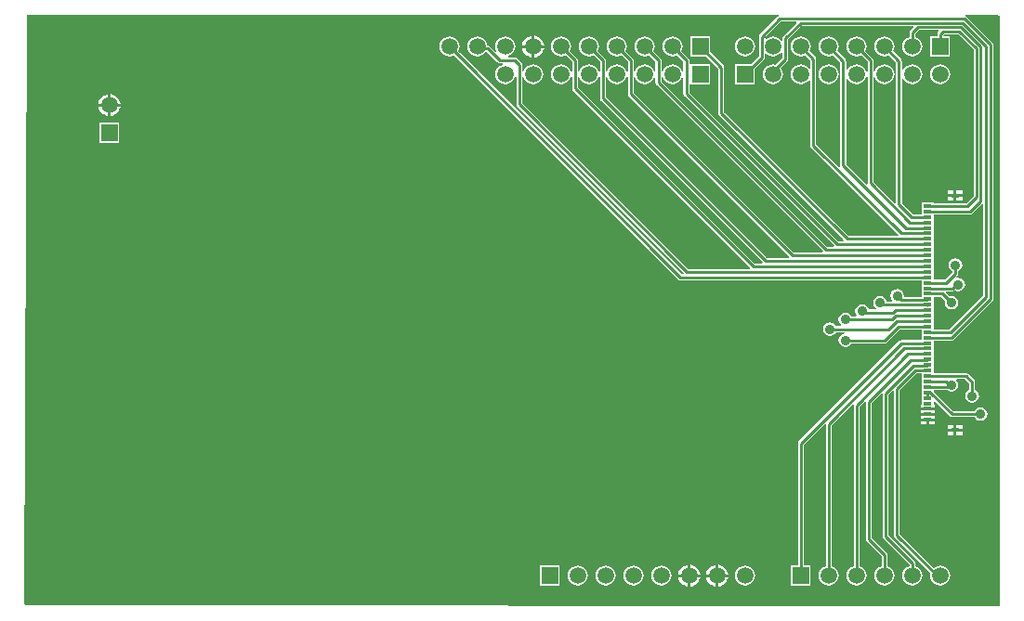
<source format=gtl>
G04*
G04 #@! TF.GenerationSoftware,Altium Limited,Altium Designer,20.1.12 (249)*
G04*
G04 Layer_Physical_Order=1*
G04 Layer_Color=255*
%FSLAX25Y25*%
%MOIN*%
G70*
G04*
G04 #@! TF.SameCoordinates,4F675399-67DD-4CB6-B460-1E4A0243881F*
G04*
G04*
G04 #@! TF.FilePolarity,Positive*
G04*
G01*
G75*
%ADD11C,0.01000*%
%ADD12R,0.03150X0.01575*%
%ADD13R,0.03150X0.01181*%
%ADD20C,0.00900*%
%ADD21R,0.05906X0.05906*%
%ADD22C,0.05906*%
%ADD23R,0.05906X0.05906*%
%ADD24C,0.03600*%
G36*
X549453Y417968D02*
X544743Y413257D01*
X544511Y412910D01*
X544429Y412500D01*
Y411688D01*
X543929Y411518D01*
X543534Y412034D01*
X542792Y412603D01*
X541927Y412961D01*
X541000Y413083D01*
X540072Y412961D01*
X539208Y412603D01*
X538843Y412323D01*
X538291Y412530D01*
X538249Y412735D01*
X543944Y418429D01*
X549262D01*
X549453Y417968D01*
D02*
G37*
G36*
X622500Y420500D02*
Y208854D01*
X622146Y208501D01*
X272854Y208999D01*
X272502Y209354D01*
X273500Y421000D01*
X543096D01*
X543145Y420500D01*
X543090Y420489D01*
X542743Y420257D01*
X536240Y413754D01*
X536008Y413407D01*
X535927Y412997D01*
Y405941D01*
X533039Y403053D01*
X527447D01*
Y395947D01*
X534553D01*
Y401539D01*
X537754Y404740D01*
X537986Y405088D01*
X538068Y405497D01*
X538068Y405497D01*
Y406732D01*
X538568Y406888D01*
X539208Y406397D01*
X540072Y406039D01*
X541000Y405917D01*
X541927Y406039D01*
X542792Y406397D01*
X543534Y406966D01*
X543929Y407482D01*
X544429Y407312D01*
Y405443D01*
X541941Y402955D01*
X541927Y402961D01*
X541000Y403083D01*
X540072Y402961D01*
X539208Y402603D01*
X538466Y402034D01*
X537897Y401292D01*
X537539Y400427D01*
X537417Y399500D01*
X537539Y398573D01*
X537897Y397708D01*
X538466Y396966D01*
X539208Y396397D01*
X540072Y396039D01*
X541000Y395917D01*
X541927Y396039D01*
X542792Y396397D01*
X543534Y396966D01*
X544103Y397708D01*
X544461Y398573D01*
X544583Y399500D01*
X544461Y400427D01*
X544103Y401292D01*
X543757Y401743D01*
X546257Y404243D01*
X546489Y404590D01*
X546571Y405000D01*
Y412056D01*
X551443Y416929D01*
X591262D01*
X591454Y416468D01*
X590243Y415257D01*
X590011Y414910D01*
X589929Y414500D01*
Y412902D01*
X589208Y412603D01*
X588466Y412034D01*
X587897Y411292D01*
X587539Y410428D01*
X587417Y409500D01*
X587539Y408573D01*
X587897Y407708D01*
X588466Y406966D01*
X589208Y406397D01*
X590072Y406039D01*
X591000Y405917D01*
X591927Y406039D01*
X592792Y406397D01*
X593534Y406966D01*
X594103Y407708D01*
X594461Y408573D01*
X594583Y409500D01*
X594461Y410428D01*
X594103Y411292D01*
X593534Y412034D01*
X592792Y412603D01*
X592071Y412902D01*
Y414056D01*
X593443Y415429D01*
X600262D01*
X600454Y414967D01*
X600243Y414757D01*
X600011Y414410D01*
X599929Y414000D01*
Y413053D01*
X597447D01*
Y405947D01*
X604553D01*
Y413053D01*
X602071D01*
Y413556D01*
X602443Y413929D01*
X607435D01*
X612929Y408435D01*
Y355943D01*
X610269Y353283D01*
X598675D01*
Y353403D01*
X594325D01*
Y349346D01*
X591168D01*
X587299Y353215D01*
Y397844D01*
X587799Y397943D01*
X587897Y397708D01*
X588466Y396966D01*
X589208Y396397D01*
X590072Y396039D01*
X591000Y395917D01*
X591927Y396039D01*
X592792Y396397D01*
X593534Y396966D01*
X594103Y397708D01*
X594461Y398573D01*
X594583Y399500D01*
X594461Y400427D01*
X594103Y401292D01*
X593534Y402034D01*
X592792Y402603D01*
X591927Y402961D01*
X591000Y403083D01*
X590072Y402961D01*
X589208Y402603D01*
X588466Y402034D01*
X587897Y401292D01*
X587799Y401057D01*
X587299Y401156D01*
Y404271D01*
X587218Y404681D01*
X586986Y405028D01*
X584163Y407851D01*
X584461Y408573D01*
X584583Y409500D01*
X584461Y410428D01*
X584103Y411292D01*
X583534Y412034D01*
X582792Y412603D01*
X581927Y412961D01*
X581000Y413083D01*
X580072Y412961D01*
X579208Y412603D01*
X578466Y412034D01*
X577897Y411292D01*
X577539Y410428D01*
X577417Y409500D01*
X577539Y408573D01*
X577897Y407708D01*
X578466Y406966D01*
X579208Y406397D01*
X580072Y406039D01*
X581000Y405917D01*
X581927Y406039D01*
X582649Y406337D01*
X585158Y403828D01*
Y353509D01*
X584696Y353318D01*
X577071Y360943D01*
Y398460D01*
X577539Y398572D01*
X577897Y397708D01*
X578466Y396966D01*
X579208Y396397D01*
X580072Y396039D01*
X581000Y395917D01*
X581927Y396039D01*
X582792Y396397D01*
X583534Y396966D01*
X584103Y397708D01*
X584461Y398573D01*
X584583Y399500D01*
X584461Y400427D01*
X584103Y401292D01*
X583534Y402034D01*
X582792Y402603D01*
X581927Y402961D01*
X581000Y403083D01*
X580072Y402961D01*
X579208Y402603D01*
X578466Y402034D01*
X577897Y401292D01*
X577539Y400427D01*
X577071Y400540D01*
Y404500D01*
X577071Y404500D01*
X576989Y404910D01*
X576757Y405257D01*
X574163Y407851D01*
X574461Y408573D01*
X574583Y409500D01*
X574461Y410428D01*
X574103Y411292D01*
X573534Y412034D01*
X572792Y412603D01*
X571927Y412961D01*
X571000Y413083D01*
X570073Y412961D01*
X569208Y412603D01*
X568466Y412034D01*
X567897Y411292D01*
X567539Y410428D01*
X567417Y409500D01*
X567539Y408573D01*
X567897Y407708D01*
X568466Y406966D01*
X569208Y406397D01*
X570073Y406039D01*
X571000Y405917D01*
X571927Y406039D01*
X572649Y406337D01*
X574929Y404057D01*
Y400540D01*
X574461Y400427D01*
X574103Y401292D01*
X573534Y402034D01*
X572792Y402603D01*
X571927Y402961D01*
X571000Y403083D01*
X570073Y402961D01*
X569208Y402603D01*
X568466Y402034D01*
X567897Y401292D01*
X567799Y401057D01*
X567299Y401156D01*
Y404271D01*
X567218Y404681D01*
X566986Y405028D01*
X564163Y407851D01*
X564461Y408573D01*
X564583Y409500D01*
X564461Y410428D01*
X564103Y411292D01*
X563534Y412034D01*
X562792Y412603D01*
X561928Y412961D01*
X561000Y413083D01*
X560073Y412961D01*
X559208Y412603D01*
X558466Y412034D01*
X557897Y411292D01*
X557539Y410428D01*
X557417Y409500D01*
X557539Y408573D01*
X557897Y407708D01*
X558466Y406966D01*
X559208Y406397D01*
X560073Y406039D01*
X561000Y405917D01*
X561928Y406039D01*
X562649Y406337D01*
X565158Y403828D01*
Y366771D01*
X565210Y366511D01*
X564749Y366265D01*
X556571Y374443D01*
Y405000D01*
X556489Y405410D01*
X556257Y405757D01*
X554163Y407851D01*
X554461Y408573D01*
X554583Y409500D01*
X554461Y410428D01*
X554103Y411292D01*
X553534Y412034D01*
X552792Y412603D01*
X551928Y412961D01*
X551000Y413083D01*
X550072Y412961D01*
X549208Y412603D01*
X548466Y412034D01*
X547897Y411292D01*
X547539Y410428D01*
X547417Y409500D01*
X547539Y408573D01*
X547897Y407708D01*
X548466Y406966D01*
X549208Y406397D01*
X550072Y406039D01*
X551000Y405917D01*
X551928Y406039D01*
X552649Y406337D01*
X554429Y404557D01*
Y401688D01*
X553929Y401518D01*
X553534Y402034D01*
X552792Y402603D01*
X551928Y402961D01*
X551000Y403083D01*
X550072Y402961D01*
X549208Y402603D01*
X548466Y402034D01*
X547897Y401292D01*
X547539Y400427D01*
X547417Y399500D01*
X547539Y398573D01*
X547897Y397708D01*
X548466Y396966D01*
X549208Y396397D01*
X550072Y396039D01*
X551000Y395917D01*
X551928Y396039D01*
X552792Y396397D01*
X553534Y396966D01*
X553929Y397482D01*
X554429Y397312D01*
Y374000D01*
X554511Y373590D01*
X554743Y373243D01*
X586014Y341972D01*
X585807Y341472D01*
X568042D01*
X523571Y385943D01*
Y402000D01*
X523489Y402410D01*
X523257Y402757D01*
X518553Y407461D01*
Y413053D01*
X511447D01*
Y405947D01*
X517039D01*
X521429Y401557D01*
Y385500D01*
X521511Y385090D01*
X521743Y384743D01*
X566482Y340004D01*
X566275Y339504D01*
X564510D01*
X511049Y392965D01*
Y395701D01*
X511447Y395947D01*
X511550Y395947D01*
X518553D01*
Y403053D01*
X511550D01*
X511447Y403053D01*
X511049Y403300D01*
Y404521D01*
X510968Y404931D01*
X510736Y405278D01*
X508163Y407851D01*
X508461Y408573D01*
X508583Y409500D01*
X508461Y410428D01*
X508103Y411292D01*
X507534Y412034D01*
X506792Y412603D01*
X505928Y412961D01*
X505000Y413083D01*
X504073Y412961D01*
X503208Y412603D01*
X502466Y412034D01*
X501897Y411292D01*
X501539Y410428D01*
X501417Y409500D01*
X501539Y408573D01*
X501897Y407708D01*
X502466Y406966D01*
X503208Y406397D01*
X504073Y406039D01*
X505000Y405917D01*
X505928Y406039D01*
X506649Y406337D01*
X508908Y404078D01*
Y400655D01*
X508408Y400555D01*
X508103Y401292D01*
X507534Y402034D01*
X506792Y402603D01*
X505928Y402961D01*
X505000Y403083D01*
X504073Y402961D01*
X503208Y402603D01*
X502466Y402034D01*
X501897Y401292D01*
X501539Y400427D01*
X501049Y400504D01*
Y404521D01*
X500968Y404931D01*
X500736Y405278D01*
X498163Y407851D01*
X498461Y408573D01*
X498583Y409500D01*
X498461Y410428D01*
X498103Y411292D01*
X497534Y412034D01*
X496792Y412603D01*
X495927Y412961D01*
X495000Y413083D01*
X494072Y412961D01*
X493208Y412603D01*
X492466Y412034D01*
X491897Y411292D01*
X491539Y410428D01*
X491417Y409500D01*
X491539Y408573D01*
X491897Y407708D01*
X492466Y406966D01*
X493208Y406397D01*
X494072Y406039D01*
X495000Y405917D01*
X495927Y406039D01*
X496649Y406337D01*
X498908Y404078D01*
Y400655D01*
X498408Y400555D01*
X498103Y401292D01*
X497534Y402034D01*
X496792Y402603D01*
X495927Y402961D01*
X495000Y403083D01*
X494072Y402961D01*
X493208Y402603D01*
X492466Y402034D01*
X491897Y401292D01*
X491539Y400427D01*
X491071Y400540D01*
Y404500D01*
X491071Y404500D01*
X490989Y404910D01*
X490757Y405257D01*
X488163Y407851D01*
X488461Y408573D01*
X488583Y409500D01*
X488461Y410428D01*
X488103Y411292D01*
X487534Y412034D01*
X486792Y412603D01*
X485927Y412961D01*
X485000Y413083D01*
X484072Y412961D01*
X483208Y412603D01*
X482466Y412034D01*
X481897Y411292D01*
X481539Y410428D01*
X481417Y409500D01*
X481539Y408573D01*
X481897Y407708D01*
X482466Y406966D01*
X483208Y406397D01*
X484072Y406039D01*
X485000Y405917D01*
X485927Y406039D01*
X486649Y406337D01*
X488929Y404057D01*
Y400540D01*
X488461Y400427D01*
X488103Y401292D01*
X487534Y402034D01*
X486792Y402603D01*
X485927Y402961D01*
X485000Y403083D01*
X484072Y402961D01*
X483208Y402603D01*
X482466Y402034D01*
X481897Y401292D01*
X481539Y400427D01*
X481071Y400540D01*
Y404500D01*
X481071Y404500D01*
X480989Y404910D01*
X480757Y405257D01*
X478163Y407851D01*
X478461Y408573D01*
X478583Y409500D01*
X478461Y410428D01*
X478103Y411292D01*
X477534Y412034D01*
X476792Y412603D01*
X475927Y412961D01*
X475000Y413083D01*
X474073Y412961D01*
X473208Y412603D01*
X472466Y412034D01*
X471897Y411292D01*
X471539Y410428D01*
X471417Y409500D01*
X471539Y408573D01*
X471897Y407708D01*
X472466Y406966D01*
X473208Y406397D01*
X474073Y406039D01*
X475000Y405917D01*
X475927Y406039D01*
X476649Y406337D01*
X478929Y404057D01*
Y400540D01*
X478461Y400427D01*
X478103Y401292D01*
X477534Y402034D01*
X476792Y402603D01*
X475927Y402961D01*
X475000Y403083D01*
X474073Y402961D01*
X473208Y402603D01*
X472466Y402034D01*
X471897Y401292D01*
X471539Y400427D01*
X471071Y400540D01*
Y404500D01*
X471071Y404500D01*
X470989Y404910D01*
X470757Y405257D01*
X468163Y407851D01*
X468461Y408573D01*
X468583Y409500D01*
X468461Y410428D01*
X468103Y411292D01*
X467534Y412034D01*
X466792Y412603D01*
X465928Y412961D01*
X465000Y413083D01*
X464073Y412961D01*
X463208Y412603D01*
X462466Y412034D01*
X461897Y411292D01*
X461539Y410428D01*
X461417Y409500D01*
X461539Y408573D01*
X461897Y407708D01*
X462466Y406966D01*
X463208Y406397D01*
X464073Y406039D01*
X465000Y405917D01*
X465928Y406039D01*
X466649Y406337D01*
X468929Y404057D01*
Y400540D01*
X468461Y400427D01*
X468103Y401292D01*
X467534Y402034D01*
X466792Y402603D01*
X465928Y402961D01*
X465000Y403083D01*
X464073Y402961D01*
X463208Y402603D01*
X462466Y402034D01*
X461897Y401292D01*
X461539Y400427D01*
X461417Y399500D01*
X461539Y398573D01*
X461897Y397708D01*
X462466Y396966D01*
X463208Y396397D01*
X464073Y396039D01*
X465000Y395917D01*
X465928Y396039D01*
X466792Y396397D01*
X467534Y396966D01*
X468103Y397708D01*
X468461Y398572D01*
X468929Y398460D01*
Y394500D01*
X469011Y394090D01*
X469243Y393743D01*
X532825Y330161D01*
X532618Y329661D01*
X510692D01*
X451071Y389283D01*
Y398460D01*
X451539Y398572D01*
X451897Y397708D01*
X452466Y396966D01*
X453208Y396397D01*
X454073Y396039D01*
X455000Y395917D01*
X455928Y396039D01*
X456792Y396397D01*
X457534Y396966D01*
X458103Y397708D01*
X458461Y398573D01*
X458583Y399500D01*
X458461Y400427D01*
X458103Y401292D01*
X457534Y402034D01*
X456792Y402603D01*
X455928Y402961D01*
X455000Y403083D01*
X454073Y402961D01*
X453208Y402603D01*
X452466Y402034D01*
X451897Y401292D01*
X451539Y400427D01*
X451071Y400540D01*
Y403000D01*
X450989Y403410D01*
X450757Y403757D01*
X450757Y403757D01*
X449257Y405257D01*
X448910Y405489D01*
X448500Y405571D01*
X446040D01*
X445927Y406039D01*
X446792Y406397D01*
X447534Y406966D01*
X448103Y407708D01*
X448461Y408573D01*
X448583Y409500D01*
X448461Y410428D01*
X448103Y411292D01*
X447534Y412034D01*
X446792Y412603D01*
X445927Y412961D01*
X445000Y413083D01*
X444072Y412961D01*
X443208Y412603D01*
X442466Y412034D01*
X441897Y411292D01*
X441539Y410428D01*
X441417Y409500D01*
X441539Y408573D01*
X441815Y407907D01*
X441391Y407623D01*
X439399Y409615D01*
X439052Y409847D01*
X438643Y409928D01*
X438527D01*
X438461Y410428D01*
X438103Y411292D01*
X437534Y412034D01*
X436792Y412603D01*
X435927Y412961D01*
X435000Y413083D01*
X434072Y412961D01*
X433208Y412603D01*
X432466Y412034D01*
X431897Y411292D01*
X431539Y410428D01*
X431417Y409500D01*
X431539Y408573D01*
X431897Y407708D01*
X432466Y406966D01*
X433208Y406397D01*
X434072Y406039D01*
X435000Y405917D01*
X435927Y406039D01*
X436792Y406397D01*
X437534Y406966D01*
X437872Y407407D01*
X438517Y407469D01*
X442243Y403743D01*
X442243Y403743D01*
X442590Y403511D01*
X443000Y403429D01*
X443960D01*
X444072Y402961D01*
X443208Y402603D01*
X442466Y402034D01*
X441897Y401292D01*
X441539Y400427D01*
X441417Y399500D01*
X441539Y398573D01*
X441897Y397708D01*
X442466Y396966D01*
X443208Y396397D01*
X444072Y396039D01*
X445000Y395917D01*
X445927Y396039D01*
X446792Y396397D01*
X447534Y396966D01*
X448103Y397708D01*
X448461Y398572D01*
X448929Y398460D01*
Y388839D01*
X449011Y388430D01*
X449243Y388082D01*
X509133Y328193D01*
X508926Y327693D01*
X508322D01*
X428163Y407851D01*
X428461Y408573D01*
X428583Y409500D01*
X428461Y410428D01*
X428103Y411292D01*
X427534Y412034D01*
X426792Y412603D01*
X425927Y412961D01*
X425000Y413083D01*
X424073Y412961D01*
X423208Y412603D01*
X422466Y412034D01*
X421897Y411292D01*
X421539Y410428D01*
X421417Y409500D01*
X421539Y408573D01*
X421897Y407708D01*
X422466Y406966D01*
X423208Y406397D01*
X424073Y406039D01*
X425000Y405917D01*
X425927Y406039D01*
X426649Y406337D01*
X507121Y325865D01*
X507468Y325633D01*
X507878Y325551D01*
X594325D01*
Y323463D01*
Y319571D01*
X588381D01*
X588064Y319957D01*
X588072Y320000D01*
X587886Y320936D01*
X587356Y321730D01*
X586562Y322261D01*
X585625Y322447D01*
X584689Y322261D01*
X583895Y321730D01*
X583364Y320936D01*
X583178Y320000D01*
X583364Y319064D01*
X583841Y318350D01*
X583691Y317850D01*
X581868D01*
X581751Y318436D01*
X581221Y319230D01*
X580427Y319761D01*
X579490Y319947D01*
X578554Y319761D01*
X577760Y319230D01*
X577230Y318436D01*
X577043Y317500D01*
X577230Y316564D01*
X577760Y315770D01*
X578058Y315571D01*
X577907Y315071D01*
X575333D01*
X575261Y315436D01*
X574730Y316230D01*
X573936Y316761D01*
X573000Y316947D01*
X572064Y316761D01*
X571270Y316230D01*
X570739Y315436D01*
X570553Y314500D01*
X570739Y313564D01*
X571069Y313071D01*
X570801Y312571D01*
X569171D01*
X568730Y313230D01*
X567936Y313761D01*
X567000Y313947D01*
X566064Y313761D01*
X565270Y313230D01*
X564739Y312436D01*
X564553Y311500D01*
X564739Y310564D01*
X565270Y309770D01*
X565568Y309571D01*
X565416Y309071D01*
X563671D01*
X563230Y309730D01*
X562436Y310261D01*
X561500Y310447D01*
X560564Y310261D01*
X559770Y309730D01*
X559239Y308936D01*
X559053Y308000D01*
X559239Y307064D01*
X559770Y306270D01*
X560564Y305739D01*
X561500Y305553D01*
X562436Y305739D01*
X563230Y306270D01*
X563671Y306929D01*
X566862D01*
X566912Y306429D01*
X566064Y306261D01*
X565270Y305730D01*
X564739Y304936D01*
X564553Y304000D01*
X564739Y303064D01*
X565270Y302270D01*
X566064Y301739D01*
X567000Y301553D01*
X567936Y301739D01*
X568730Y302270D01*
X569171Y302929D01*
X581000D01*
X581410Y303011D01*
X581757Y303243D01*
X586444Y307929D01*
X594325D01*
Y304071D01*
X587000D01*
X587000Y304071D01*
X586590Y303989D01*
X586243Y303757D01*
X550243Y267757D01*
X550011Y267410D01*
X549929Y267000D01*
Y223053D01*
X547447D01*
Y215947D01*
X554553D01*
Y223053D01*
X552071D01*
Y266557D01*
X559429Y273915D01*
X559929Y273708D01*
Y222902D01*
X559208Y222603D01*
X558466Y222034D01*
X557897Y221292D01*
X557539Y220427D01*
X557417Y219500D01*
X557539Y218573D01*
X557897Y217708D01*
X558466Y216966D01*
X559208Y216397D01*
X560073Y216039D01*
X561000Y215917D01*
X561928Y216039D01*
X562792Y216397D01*
X563534Y216966D01*
X564103Y217708D01*
X564461Y218573D01*
X564583Y219500D01*
X564461Y220427D01*
X564103Y221292D01*
X563534Y222034D01*
X562792Y222603D01*
X562071Y222902D01*
Y273557D01*
X569520Y281006D01*
X569981Y280760D01*
X569929Y280500D01*
Y222902D01*
X569208Y222603D01*
X568466Y222034D01*
X567897Y221292D01*
X567539Y220427D01*
X567417Y219500D01*
X567539Y218573D01*
X567897Y217708D01*
X568466Y216966D01*
X569208Y216397D01*
X570073Y216039D01*
X571000Y215917D01*
X571927Y216039D01*
X572792Y216397D01*
X573534Y216966D01*
X574103Y217708D01*
X574461Y218573D01*
X574583Y219500D01*
X574461Y220427D01*
X574103Y221292D01*
X573534Y222034D01*
X572792Y222603D01*
X572071Y222902D01*
Y280057D01*
X573929Y281915D01*
X574429Y281708D01*
Y232500D01*
X574511Y232090D01*
X574743Y231743D01*
X579929Y226557D01*
Y222902D01*
X579208Y222603D01*
X578466Y222034D01*
X577897Y221292D01*
X577539Y220427D01*
X577417Y219500D01*
X577539Y218573D01*
X577897Y217708D01*
X578466Y216966D01*
X579208Y216397D01*
X580072Y216039D01*
X581000Y215917D01*
X581927Y216039D01*
X582792Y216397D01*
X583534Y216966D01*
X584103Y217708D01*
X584461Y218573D01*
X584583Y219500D01*
X584461Y220427D01*
X584103Y221292D01*
X583534Y222034D01*
X582792Y222603D01*
X582071Y222902D01*
Y227000D01*
X581989Y227410D01*
X581757Y227757D01*
X581757Y227757D01*
X576571Y232943D01*
Y281557D01*
X579929Y284915D01*
X580429Y284708D01*
Y233500D01*
X580511Y233090D01*
X580743Y232743D01*
X589929Y223557D01*
Y222902D01*
X589208Y222603D01*
X588466Y222034D01*
X587897Y221292D01*
X587539Y220427D01*
X587417Y219500D01*
X587539Y218573D01*
X587897Y217708D01*
X588466Y216966D01*
X589208Y216397D01*
X590072Y216039D01*
X591000Y215917D01*
X591927Y216039D01*
X592792Y216397D01*
X593534Y216966D01*
X594103Y217708D01*
X594461Y218573D01*
X594583Y219500D01*
X594461Y220427D01*
X594103Y221292D01*
X593534Y222034D01*
X592792Y222603D01*
X592071Y222902D01*
Y224000D01*
X591989Y224410D01*
X591757Y224757D01*
X582571Y233943D01*
Y284557D01*
X583967Y285953D01*
X584429Y285762D01*
Y234000D01*
X584511Y233590D01*
X584743Y233243D01*
X597544Y220442D01*
X597539Y220427D01*
X597417Y219500D01*
X597539Y218573D01*
X597897Y217708D01*
X598466Y216966D01*
X599208Y216397D01*
X600072Y216039D01*
X601000Y215917D01*
X601928Y216039D01*
X602792Y216397D01*
X603534Y216966D01*
X604103Y217708D01*
X604461Y218573D01*
X604583Y219500D01*
X604461Y220427D01*
X604103Y221292D01*
X603534Y222034D01*
X602792Y222603D01*
X601928Y222961D01*
X601000Y223083D01*
X600072Y222961D01*
X599208Y222603D01*
X598757Y222257D01*
X586571Y234443D01*
Y286057D01*
X592601Y292087D01*
X594325D01*
Y289999D01*
Y286062D01*
Y280969D01*
X593925D01*
Y279878D01*
X596500D01*
X599075D01*
Y280969D01*
X598675D01*
Y281800D01*
X599175Y282007D01*
X604475Y276707D01*
X604839Y276464D01*
X605268Y276378D01*
X605268Y276378D01*
X613363D01*
X613770Y275770D01*
X614564Y275239D01*
X615500Y275053D01*
X616436Y275239D01*
X617230Y275770D01*
X617761Y276564D01*
X617947Y277500D01*
X617761Y278436D01*
X617230Y279230D01*
X616436Y279761D01*
X615500Y279947D01*
X614564Y279761D01*
X613770Y279230D01*
X613363Y278622D01*
X605732D01*
X598675Y285679D01*
Y286181D01*
X603402D01*
X604064Y285739D01*
X605000Y285553D01*
X605936Y285739D01*
X606730Y286270D01*
X607261Y287064D01*
X607447Y288000D01*
X607261Y288936D01*
X606805Y289618D01*
X606981Y290118D01*
X609868D01*
X611429Y288557D01*
Y286186D01*
X610770Y285746D01*
X610239Y284952D01*
X610053Y284015D01*
X610239Y283079D01*
X610770Y282285D01*
X611564Y281754D01*
X612500Y281568D01*
X613436Y281754D01*
X614230Y282285D01*
X614761Y283079D01*
X614947Y284015D01*
X614761Y284952D01*
X614230Y285746D01*
X613571Y286186D01*
Y289000D01*
X613489Y289410D01*
X613257Y289757D01*
X613257Y289757D01*
X611068Y291946D01*
X610721Y292178D01*
X610311Y292260D01*
X598675D01*
Y295904D01*
Y299841D01*
Y303898D01*
X604969D01*
X605378Y303979D01*
X605726Y304212D01*
X619757Y318243D01*
X619757Y318243D01*
X619989Y318590D01*
X620071Y319000D01*
X620071Y319000D01*
Y410243D01*
X619989Y410652D01*
X619757Y411000D01*
X619757Y411000D01*
X610500Y420257D01*
X610152Y420489D01*
X610097Y420500D01*
X610147Y421000D01*
X621500D01*
X622500Y420500D01*
D02*
G37*
G36*
X574929Y398460D02*
Y360500D01*
X574981Y360240D01*
X574520Y359994D01*
X567299Y367215D01*
Y397844D01*
X567799Y397943D01*
X567897Y397708D01*
X568466Y396966D01*
X569208Y396397D01*
X570073Y396039D01*
X571000Y395917D01*
X571927Y396039D01*
X572792Y396397D01*
X573534Y396966D01*
X574103Y397708D01*
X574461Y398572D01*
X574929Y398460D01*
D02*
G37*
G36*
X501897Y397708D02*
X502466Y396966D01*
X503208Y396397D01*
X504073Y396039D01*
X505000Y395917D01*
X505928Y396039D01*
X506792Y396397D01*
X507534Y396966D01*
X508103Y397708D01*
X508408Y398445D01*
X508908Y398345D01*
Y392521D01*
X508990Y392111D01*
X509222Y391764D01*
X562951Y338035D01*
X562744Y337535D01*
X560479D01*
X501049Y396965D01*
Y398496D01*
X501539Y398572D01*
X501897Y397708D01*
D02*
G37*
G36*
X491897D02*
X492466Y396966D01*
X493208Y396397D01*
X494072Y396039D01*
X495000Y395917D01*
X495927Y396039D01*
X496792Y396397D01*
X497534Y396966D01*
X498103Y397708D01*
X498408Y398445D01*
X498908Y398345D01*
Y396521D01*
X498990Y396111D01*
X499222Y395764D01*
X558919Y336067D01*
X558712Y335567D01*
X548447D01*
X491071Y392943D01*
Y398460D01*
X491539Y398572D01*
X491897Y397708D01*
D02*
G37*
G36*
X481897D02*
X482466Y396966D01*
X483208Y396397D01*
X484072Y396039D01*
X485000Y395917D01*
X485927Y396039D01*
X486792Y396397D01*
X487534Y396966D01*
X488103Y397708D01*
X488461Y398572D01*
X488929Y398460D01*
Y392500D01*
X489011Y392090D01*
X489243Y391743D01*
X546888Y334098D01*
X546681Y333598D01*
X538916D01*
X481071Y391443D01*
Y398460D01*
X481539Y398572D01*
X481897Y397708D01*
D02*
G37*
G36*
X471897D02*
X472466Y396966D01*
X473208Y396397D01*
X474073Y396039D01*
X475000Y395917D01*
X475927Y396039D01*
X476792Y396397D01*
X477534Y396966D01*
X478103Y397708D01*
X478461Y398572D01*
X478929Y398460D01*
Y391000D01*
X479011Y390590D01*
X479243Y390243D01*
X537415Y332071D01*
X537208Y331571D01*
X534444D01*
X471071Y394943D01*
Y398460D01*
X471539Y398572D01*
X471897Y397708D01*
D02*
G37*
G36*
X616429Y352708D02*
Y320065D01*
X604372Y308008D01*
X598675D01*
Y311652D01*
Y315589D01*
Y319646D01*
X601370D01*
X602738Y318278D01*
X602584Y317500D01*
X602770Y316564D01*
X603300Y315770D01*
X604094Y315239D01*
X605030Y315053D01*
X605967Y315239D01*
X606761Y315770D01*
X607291Y316564D01*
X607478Y317500D01*
X607291Y318436D01*
X606761Y319230D01*
X605967Y319761D01*
X605030Y319947D01*
X604252Y319792D01*
X602930Y321114D01*
X603137Y321614D01*
X605454D01*
X605864Y321696D01*
X606211Y321928D01*
X606239Y321956D01*
X606564Y321739D01*
X607500Y321553D01*
X608436Y321739D01*
X609230Y322270D01*
X609761Y323064D01*
X609947Y324000D01*
X609761Y324936D01*
X609230Y325730D01*
X608436Y326261D01*
X607500Y326447D01*
X607086Y326365D01*
X606840Y326825D01*
X607107Y327093D01*
X607339Y327440D01*
X607421Y327850D01*
Y328736D01*
X607436Y328739D01*
X608230Y329270D01*
X608761Y330064D01*
X608947Y331000D01*
X608761Y331936D01*
X608230Y332730D01*
X607436Y333261D01*
X606500Y333447D01*
X605564Y333261D01*
X604770Y332730D01*
X604239Y331936D01*
X604053Y331000D01*
X604239Y330064D01*
X604770Y329270D01*
X605279Y328929D01*
Y328293D01*
X602710Y325724D01*
X598675D01*
Y329368D01*
Y333306D01*
Y337243D01*
Y341179D01*
Y345116D01*
Y349173D01*
X611744D01*
X612154Y349255D01*
X612501Y349487D01*
X615929Y352915D01*
X616429Y352708D01*
D02*
G37*
%LPC*%
G36*
X455500Y413421D02*
Y410000D01*
X458921D01*
X458851Y410532D01*
X458453Y411493D01*
X457819Y412319D01*
X456993Y412953D01*
X456032Y413351D01*
X455500Y413421D01*
D02*
G37*
G36*
X454500D02*
X453968Y413351D01*
X453007Y412953D01*
X452181Y412319D01*
X451547Y411493D01*
X451149Y410532D01*
X451079Y410000D01*
X454500D01*
Y413421D01*
D02*
G37*
G36*
X531000Y413083D02*
X530072Y412961D01*
X529208Y412603D01*
X528466Y412034D01*
X527897Y411292D01*
X527539Y410428D01*
X527417Y409500D01*
X527539Y408573D01*
X527897Y407708D01*
X528466Y406966D01*
X529208Y406397D01*
X530072Y406039D01*
X531000Y405917D01*
X531927Y406039D01*
X532792Y406397D01*
X533534Y406966D01*
X534103Y407708D01*
X534461Y408573D01*
X534583Y409500D01*
X534461Y410428D01*
X534103Y411292D01*
X533534Y412034D01*
X532792Y412603D01*
X531927Y412961D01*
X531000Y413083D01*
D02*
G37*
G36*
X458921Y409000D02*
X455500D01*
Y405579D01*
X456032Y405649D01*
X456993Y406047D01*
X457819Y406681D01*
X458453Y407507D01*
X458851Y408468D01*
X458921Y409000D01*
D02*
G37*
G36*
X454500D02*
X451079D01*
X451149Y408468D01*
X451547Y407507D01*
X452181Y406681D01*
X453007Y406047D01*
X453968Y405649D01*
X454500Y405579D01*
Y409000D01*
D02*
G37*
G36*
X601000Y403083D02*
X600072Y402961D01*
X599208Y402603D01*
X598466Y402034D01*
X597897Y401292D01*
X597539Y400427D01*
X597417Y399500D01*
X597539Y398573D01*
X597897Y397708D01*
X598466Y396966D01*
X599208Y396397D01*
X600072Y396039D01*
X601000Y395917D01*
X601928Y396039D01*
X602792Y396397D01*
X603534Y396966D01*
X604103Y397708D01*
X604461Y398573D01*
X604583Y399500D01*
X604461Y400427D01*
X604103Y401292D01*
X603534Y402034D01*
X602792Y402603D01*
X601928Y402961D01*
X601000Y403083D01*
D02*
G37*
G36*
X561000D02*
X560073Y402961D01*
X559208Y402603D01*
X558466Y402034D01*
X557897Y401292D01*
X557539Y400427D01*
X557417Y399500D01*
X557539Y398573D01*
X557897Y397708D01*
X558466Y396966D01*
X559208Y396397D01*
X560073Y396039D01*
X561000Y395917D01*
X561928Y396039D01*
X562792Y396397D01*
X563534Y396966D01*
X564103Y397708D01*
X564461Y398573D01*
X564583Y399500D01*
X564461Y400427D01*
X564103Y401292D01*
X563534Y402034D01*
X562792Y402603D01*
X561928Y402961D01*
X561000Y403083D01*
D02*
G37*
G36*
X303500Y392421D02*
Y389000D01*
X306921D01*
X306851Y389532D01*
X306453Y390493D01*
X305819Y391319D01*
X304993Y391953D01*
X304032Y392351D01*
X303500Y392421D01*
D02*
G37*
G36*
X302500D02*
X301968Y392351D01*
X301007Y391953D01*
X300181Y391319D01*
X299547Y390493D01*
X299149Y389532D01*
X299079Y389000D01*
X302500D01*
Y392421D01*
D02*
G37*
G36*
X306921Y388000D02*
X303500D01*
Y384579D01*
X304032Y384649D01*
X304993Y385047D01*
X305819Y385681D01*
X306453Y386507D01*
X306851Y387468D01*
X306921Y388000D01*
D02*
G37*
G36*
X302500D02*
X299079D01*
X299149Y387468D01*
X299547Y386507D01*
X300181Y385681D01*
X301007Y385047D01*
X301968Y384649D01*
X302500Y384579D01*
Y388000D01*
D02*
G37*
G36*
X306553Y382053D02*
X299447D01*
Y374947D01*
X306553D01*
Y382053D01*
D02*
G37*
G36*
X608917Y357740D02*
X606843D01*
Y356453D01*
X608917D01*
Y357740D01*
D02*
G37*
G36*
X605843D02*
X603768D01*
Y356453D01*
X605843D01*
Y357740D01*
D02*
G37*
G36*
X608917Y355453D02*
X606843D01*
Y354165D01*
X608917D01*
Y355453D01*
D02*
G37*
G36*
X605843D02*
X603768D01*
Y354165D01*
X605843D01*
Y355453D01*
D02*
G37*
G36*
X599075Y278878D02*
X596500D01*
X593925D01*
Y277909D01*
X596500D01*
X599075D01*
Y278878D01*
D02*
G37*
G36*
Y276909D02*
X596500D01*
X593925D01*
Y275941D01*
X596500D01*
X599075D01*
Y276909D01*
D02*
G37*
G36*
Y274941D02*
X597000D01*
Y273850D01*
X599075D01*
Y274941D01*
D02*
G37*
G36*
X596000D02*
X593925D01*
Y273850D01*
X596000D01*
Y274941D01*
D02*
G37*
G36*
X608917Y273488D02*
X606843D01*
Y272201D01*
X608917D01*
Y273488D01*
D02*
G37*
G36*
X605843D02*
X603768D01*
Y272201D01*
X605843D01*
Y273488D01*
D02*
G37*
G36*
X608917Y271201D02*
X606843D01*
Y269913D01*
X608917D01*
Y271201D01*
D02*
G37*
G36*
X605843D02*
X603768D01*
Y269913D01*
X605843D01*
Y271201D01*
D02*
G37*
G36*
X521500Y223421D02*
Y220000D01*
X524921D01*
X524851Y220532D01*
X524453Y221493D01*
X523819Y222319D01*
X522993Y222953D01*
X522032Y223351D01*
X521500Y223421D01*
D02*
G37*
G36*
X520500D02*
X519968Y223351D01*
X519007Y222953D01*
X518181Y222319D01*
X517547Y221493D01*
X517149Y220532D01*
X517079Y220000D01*
X520500D01*
Y223421D01*
D02*
G37*
G36*
X511500D02*
Y220000D01*
X514921D01*
X514851Y220532D01*
X514453Y221493D01*
X513819Y222319D01*
X512993Y222953D01*
X512032Y223351D01*
X511500Y223421D01*
D02*
G37*
G36*
X510500D02*
X509968Y223351D01*
X509007Y222953D01*
X508181Y222319D01*
X507547Y221493D01*
X507149Y220532D01*
X507079Y220000D01*
X510500D01*
Y223421D01*
D02*
G37*
G36*
X464553Y223053D02*
X457447D01*
Y215947D01*
X464553D01*
Y223053D01*
D02*
G37*
G36*
X531000Y223083D02*
X530072Y222961D01*
X529208Y222603D01*
X528466Y222034D01*
X527897Y221292D01*
X527539Y220427D01*
X527417Y219500D01*
X527539Y218573D01*
X527897Y217708D01*
X528466Y216966D01*
X529208Y216397D01*
X530072Y216039D01*
X531000Y215917D01*
X531927Y216039D01*
X532792Y216397D01*
X533534Y216966D01*
X534103Y217708D01*
X534461Y218573D01*
X534583Y219500D01*
X534461Y220427D01*
X534103Y221292D01*
X533534Y222034D01*
X532792Y222603D01*
X531927Y222961D01*
X531000Y223083D01*
D02*
G37*
G36*
X501000D02*
X500072Y222961D01*
X499208Y222603D01*
X498466Y222034D01*
X497897Y221292D01*
X497539Y220427D01*
X497417Y219500D01*
X497539Y218573D01*
X497897Y217708D01*
X498466Y216966D01*
X499208Y216397D01*
X500072Y216039D01*
X501000Y215917D01*
X501928Y216039D01*
X502792Y216397D01*
X503534Y216966D01*
X504103Y217708D01*
X504461Y218573D01*
X504583Y219500D01*
X504461Y220427D01*
X504103Y221292D01*
X503534Y222034D01*
X502792Y222603D01*
X501928Y222961D01*
X501000Y223083D01*
D02*
G37*
G36*
X491000D02*
X490072Y222961D01*
X489208Y222603D01*
X488466Y222034D01*
X487897Y221292D01*
X487539Y220427D01*
X487417Y219500D01*
X487539Y218573D01*
X487897Y217708D01*
X488466Y216966D01*
X489208Y216397D01*
X490072Y216039D01*
X491000Y215917D01*
X491927Y216039D01*
X492792Y216397D01*
X493534Y216966D01*
X494103Y217708D01*
X494461Y218573D01*
X494583Y219500D01*
X494461Y220427D01*
X494103Y221292D01*
X493534Y222034D01*
X492792Y222603D01*
X491927Y222961D01*
X491000Y223083D01*
D02*
G37*
G36*
X481000D02*
X480072Y222961D01*
X479208Y222603D01*
X478466Y222034D01*
X477897Y221292D01*
X477539Y220427D01*
X477417Y219500D01*
X477539Y218573D01*
X477897Y217708D01*
X478466Y216966D01*
X479208Y216397D01*
X480072Y216039D01*
X481000Y215917D01*
X481927Y216039D01*
X482792Y216397D01*
X483534Y216966D01*
X484103Y217708D01*
X484461Y218573D01*
X484583Y219500D01*
X484461Y220427D01*
X484103Y221292D01*
X483534Y222034D01*
X482792Y222603D01*
X481927Y222961D01*
X481000Y223083D01*
D02*
G37*
G36*
X471000D02*
X470073Y222961D01*
X469208Y222603D01*
X468466Y222034D01*
X467897Y221292D01*
X467539Y220427D01*
X467417Y219500D01*
X467539Y218573D01*
X467897Y217708D01*
X468466Y216966D01*
X469208Y216397D01*
X470073Y216039D01*
X471000Y215917D01*
X471927Y216039D01*
X472792Y216397D01*
X473534Y216966D01*
X474103Y217708D01*
X474461Y218573D01*
X474583Y219500D01*
X474461Y220427D01*
X474103Y221292D01*
X473534Y222034D01*
X472792Y222603D01*
X471927Y222961D01*
X471000Y223083D01*
D02*
G37*
G36*
X524921Y219000D02*
X521500D01*
Y215579D01*
X522032Y215649D01*
X522993Y216047D01*
X523819Y216681D01*
X524453Y217507D01*
X524851Y218468D01*
X524921Y219000D01*
D02*
G37*
G36*
X520500D02*
X517079D01*
X517149Y218468D01*
X517547Y217507D01*
X518181Y216681D01*
X519007Y216047D01*
X519968Y215649D01*
X520500Y215579D01*
Y219000D01*
D02*
G37*
G36*
X514921D02*
X511500D01*
Y215579D01*
X512032Y215649D01*
X512993Y216047D01*
X513819Y216681D01*
X514453Y217507D01*
X514851Y218468D01*
X514921Y219000D01*
D02*
G37*
G36*
X510500D02*
X507079D01*
X507149Y218468D01*
X507547Y217507D01*
X508181Y216681D01*
X509007Y216047D01*
X509968Y215649D01*
X510500Y215579D01*
Y219000D01*
D02*
G37*
%LPD*%
D11*
X596500Y283315D02*
Y285283D01*
X605268Y277500D02*
X615500D01*
X597484Y285283D02*
X605268Y277500D01*
D12*
X606343Y355953D02*
D03*
Y271701D02*
D03*
D13*
X596500Y275441D02*
D03*
Y277409D02*
D03*
Y279378D02*
D03*
Y281346D02*
D03*
Y283315D02*
D03*
Y285283D02*
D03*
Y287252D02*
D03*
Y289220D02*
D03*
Y291189D02*
D03*
Y293157D02*
D03*
Y295126D02*
D03*
Y297094D02*
D03*
Y299063D02*
D03*
Y301031D02*
D03*
Y303000D02*
D03*
Y304969D02*
D03*
Y306937D02*
D03*
Y308906D02*
D03*
Y310874D02*
D03*
Y312843D02*
D03*
Y314811D02*
D03*
Y316780D02*
D03*
Y318748D02*
D03*
Y320717D02*
D03*
Y322685D02*
D03*
Y324654D02*
D03*
Y326622D02*
D03*
Y328591D02*
D03*
Y330559D02*
D03*
Y332528D02*
D03*
Y334496D02*
D03*
Y336465D02*
D03*
Y338433D02*
D03*
Y340402D02*
D03*
Y342370D02*
D03*
Y344339D02*
D03*
Y346307D02*
D03*
Y348276D02*
D03*
Y350244D02*
D03*
Y352213D02*
D03*
D20*
Y285283D02*
X597484D01*
X596500Y291189D02*
X610311D01*
X612500Y284015D02*
Y289000D01*
X610311Y291189D02*
X612500Y289000D01*
X596500Y287252D02*
X603521D01*
X604269Y288000D01*
X605000D01*
X596500Y289220D02*
X603049D01*
X604269Y288000D01*
X585500Y234000D02*
X600000Y219500D01*
X585500Y234000D02*
Y286500D01*
X581500Y233500D02*
Y285000D01*
X571000Y280500D02*
X589563Y299063D01*
X585500Y286500D02*
X592157Y293157D01*
X575500Y232500D02*
X581000Y227000D01*
X575500Y282000D02*
X590500Y297000D01*
X571000Y219500D02*
Y280500D01*
X575500Y232500D02*
Y282000D01*
X581500Y233500D02*
X591000Y224000D01*
X581500Y285000D02*
X591500Y295000D01*
X596359Y318607D02*
X596500Y318748D01*
X579490Y317500D02*
X580221D01*
X573500Y314000D02*
X584151D01*
X585115Y312843D02*
X596500D01*
X585500Y311000D02*
X596374D01*
X596500Y322685D02*
X605454D01*
X606769Y324000D01*
X596370Y316650D02*
X596500Y316780D01*
X585151Y315000D02*
X594848D01*
X594896Y314951D02*
X596359D01*
X561500Y308000D02*
X582500D01*
X586000Y309000D02*
X596406D01*
X567000Y304000D02*
X581000D01*
X603154Y324654D02*
X606350Y327850D01*
X596500Y320717D02*
X601814D01*
X587125Y318500D02*
X594848D01*
X584151Y314000D02*
X585151Y315000D01*
X596406Y309000D02*
X596500Y308906D01*
X606350Y327850D02*
Y330850D01*
X580221Y317500D02*
X580941Y316780D01*
X583772Y311500D02*
X585115Y312843D01*
X594848Y318500D02*
X594955Y318607D01*
X580941Y316780D02*
X596500D01*
X594848Y315000D02*
X594896Y314951D01*
X582500Y308000D02*
X585500Y311000D01*
X601814Y320717D02*
X605030Y317500D01*
X573000Y314500D02*
X573500Y314000D01*
X594955Y318607D02*
X596359D01*
X581000Y304000D02*
X586000Y309000D01*
X585625Y320000D02*
X587125Y318500D01*
X606769Y324000D02*
X607500D01*
X596359Y314951D02*
X596500Y314811D01*
X596374Y311000D02*
X596500Y310874D01*
X567000Y311500D02*
X583772D01*
X596500Y324654D02*
X603154D01*
X606350Y330850D02*
X606500Y331000D01*
X543500Y419500D02*
X609743D01*
X536997Y405497D02*
Y412997D01*
X545500Y412500D02*
X551000Y418000D01*
X545500Y405000D02*
Y412500D01*
X536997Y412997D02*
X543500Y419500D01*
X551000Y418000D02*
X609121D01*
X531000Y399500D02*
X536997Y405497D01*
X596500Y352213D02*
X610713D01*
X614000Y355500D02*
Y408879D01*
X610713Y352213D02*
X614000Y355500D01*
X615500Y354000D02*
Y409500D01*
X596500Y350244D02*
X611744D01*
X615500Y354000D01*
X596500Y304969D02*
X604969D01*
X617500Y319621D02*
Y409621D01*
X596500Y306937D02*
X604816D01*
X617500Y319621D01*
X619000Y319000D02*
Y410243D01*
X604969Y304969D02*
X619000Y319000D01*
X609121Y418000D02*
X617500Y409621D01*
X609743Y419500D02*
X619000Y410243D01*
X591000Y414500D02*
X593000Y416500D01*
X608500D01*
X591000Y409500D02*
Y414500D01*
X608500Y416500D02*
X615500Y409500D01*
X541000Y399500D02*
Y400500D01*
X545500Y405000D01*
X551000Y219500D02*
Y267000D01*
X587000Y303000D01*
X596500D01*
X507878Y326622D02*
X596500D01*
X510249Y328591D02*
X596500D01*
X450000Y388839D02*
X510249Y328591D01*
X425000Y409500D02*
X507878Y326622D01*
X534000Y330500D02*
X596441D01*
X470000Y394500D02*
X534000Y330500D01*
X586229Y352771D02*
X590724Y348276D01*
X586229Y352771D02*
Y404271D01*
X581000Y409500D02*
X586229Y404271D01*
X571000Y409500D02*
X576000Y404500D01*
Y360500D02*
Y404500D01*
Y360500D02*
X590193Y346307D01*
X443000Y404500D02*
X448500D01*
X435000Y409500D02*
X435642Y408857D01*
X438643D01*
X443000Y404500D01*
X448500D02*
X450000Y403000D01*
Y388839D02*
Y403000D01*
X470000Y394500D02*
Y404500D01*
X596441Y330500D02*
X596500Y330559D01*
X480000Y391000D02*
Y404500D01*
Y391000D02*
X538472Y332528D01*
X475000Y409500D02*
X480000Y404500D01*
X538472Y332528D02*
X596500D01*
X465000Y409500D02*
X470000Y404500D01*
X548004Y334496D02*
X596500D01*
X499979Y396521D02*
X560035Y336465D01*
X596500D01*
X490000Y392500D02*
Y404500D01*
Y392500D02*
X548004Y334496D01*
X495000Y409500D02*
X499979Y404521D01*
Y396521D02*
Y404521D01*
X509979Y392521D02*
Y404521D01*
X564067Y338433D02*
X596500D01*
X509979Y392521D02*
X564067Y338433D01*
X485000Y409500D02*
X490000Y404500D01*
X522500Y385500D02*
X567598Y340402D01*
X522500Y385500D02*
Y402000D01*
X567598Y340402D02*
X596500D01*
X505000Y409500D02*
X509979Y404521D01*
X555500Y374000D02*
X587130Y342370D01*
X596500D01*
X515000Y409500D02*
X522500Y402000D01*
X555500Y374000D02*
Y405000D01*
X566229Y366771D02*
Y404271D01*
X561000Y409500D02*
X566229Y404271D01*
Y366771D02*
X588661Y344339D01*
X551000Y409500D02*
X555500Y405000D01*
X588661Y344339D02*
X596500D01*
X590193Y346307D02*
X596500D01*
X590724Y348276D02*
X596500D01*
X602000Y415000D02*
X607879D01*
X614000Y408879D01*
X601000Y414000D02*
X602000Y415000D01*
X601000Y409500D02*
Y414000D01*
X591500Y295000D02*
X596374D01*
X590500Y297000D02*
X596406D01*
X592157Y293157D02*
X596500D01*
X588031Y301031D02*
X596500D01*
X561000Y219500D02*
Y274000D01*
X589563Y299063D02*
X596500D01*
X561000Y274000D02*
X588031Y301031D01*
X600000Y219500D02*
X601000D01*
X596374Y295000D02*
X596500Y295126D01*
X591000Y219500D02*
Y224000D01*
X596406Y297000D02*
X596500Y297094D01*
X581000Y219500D02*
Y227000D01*
D21*
X515000Y409500D02*
D03*
X531000Y399500D02*
D03*
X601000Y409500D02*
D03*
X461000Y219500D02*
D03*
X551000D02*
D03*
X515000Y399500D02*
D03*
D22*
X505000Y409500D02*
D03*
X485000D02*
D03*
X475000D02*
D03*
X465000D02*
D03*
X455000D02*
D03*
X445000D02*
D03*
X435000D02*
D03*
X425000D02*
D03*
X495000D02*
D03*
X541000Y399500D02*
D03*
X551000D02*
D03*
X561000D02*
D03*
X571000D02*
D03*
X581000D02*
D03*
X591000D02*
D03*
X601000D02*
D03*
X531000Y409500D02*
D03*
X541000D02*
D03*
X551000D02*
D03*
X561000D02*
D03*
X571000D02*
D03*
X581000D02*
D03*
X591000D02*
D03*
X531000Y219500D02*
D03*
X521000D02*
D03*
X511000D02*
D03*
X501000D02*
D03*
X491000D02*
D03*
X481000D02*
D03*
X471000D02*
D03*
X601000D02*
D03*
X591000D02*
D03*
X581000D02*
D03*
X571000D02*
D03*
X561000D02*
D03*
X505000Y399500D02*
D03*
X495000D02*
D03*
X485000D02*
D03*
X475000D02*
D03*
X465000D02*
D03*
X455000D02*
D03*
X445000D02*
D03*
X303000Y388500D02*
D03*
D23*
Y378500D02*
D03*
D24*
X615500Y277500D02*
D03*
X612500Y284015D02*
D03*
X605000Y288000D02*
D03*
X561500Y308000D02*
D03*
X579490Y317500D02*
D03*
X606500Y331000D02*
D03*
X573000Y314500D02*
D03*
X605030Y317500D02*
D03*
X607500Y324000D02*
D03*
X567000Y311500D02*
D03*
X585625Y320000D02*
D03*
X567000Y304000D02*
D03*
M02*

</source>
